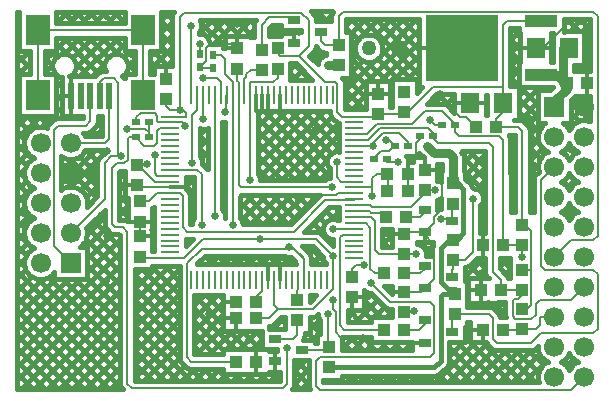
<source format=gbr>
G04 DipTrace 2.4.0.2*
%INTop.gbr*%
%MOIN*%
%ADD13C,0.007*%
%ADD14C,0.03*%
%ADD15C,0.015*%
%ADD16C,0.013*%
%ADD17R,0.0394X0.0433*%
%ADD18R,0.0433X0.0394*%
%ADD19R,0.063X0.0709*%
%ADD20C,0.05*%
%ADD21R,0.05X0.05*%
%ADD24R,0.0315X0.0236*%
%ADD25R,0.0236X0.0315*%
%ADD26R,0.0669X0.0669*%
%ADD27C,0.0669*%
%ADD29R,0.0197X0.0906*%
%ADD30R,0.0787X0.0984*%
%ADD32R,0.0413X0.0256*%
%ADD34R,0.0079X0.063*%
%ADD35R,0.063X0.0079*%
%ADD36R,0.1083X0.0394*%
%ADD37R,0.2421X0.2185*%
%ADD38C,0.025*%
%FSLAX44Y44*%
G04*
G70*
G90*
G75*
G01*
%LNTop*%
%LPD*%
X15521Y12763D2*
D13*
X15941D1*
X16293Y13115D1*
X17457D1*
X17881Y13539D1*
X18445D1*
X18870Y13114D1*
Y13062D1*
X21125Y9080D2*
Y8661D1*
X20481Y9062D2*
X21125D1*
Y9080D1*
X18870Y13062D2*
Y12838D1*
X19010Y12698D1*
X20341D1*
X20481Y12558D1*
Y9062D1*
X13276Y5633D2*
Y4442D1*
X13136Y4302D1*
X8109D1*
X7959Y4451D1*
Y9511D1*
X7802Y9669D1*
X7534D1*
X7440Y9763D1*
Y11642D1*
X7597Y11800D1*
X7849D1*
X7969Y11919D1*
Y12614D1*
X8026Y12671D1*
X8238D1*
Y12665D1*
X8516Y12388D1*
X8857D1*
X8949Y12480D1*
Y12863D1*
X9046Y12960D1*
X9379D1*
X15521Y12566D2*
X15961D1*
X16370Y12975D1*
X17979D1*
X18137Y12818D1*
Y12720D1*
X21125Y7580D2*
Y7414D1*
X20970Y7259D1*
X20853D1*
X20803Y7208D1*
Y6696D1*
X20883Y6615D1*
X21426D1*
X21566Y6755D1*
Y7107D1*
X21706Y7247D1*
X22747D1*
X23187Y7687D1*
X20419Y7562D2*
X21125D1*
Y7580D1*
X18137Y12720D2*
Y12642D1*
X18315Y12464D1*
X19994D1*
X20134Y12324D1*
Y8187D1*
X20419Y7902D1*
Y7562D1*
X14941Y11854D2*
Y11328D1*
X15081Y11188D1*
X15521D1*
X16081Y7805D2*
X16707Y7178D1*
X18046D1*
X18186Y7038D1*
Y5470D1*
X18046Y5330D1*
X14385D1*
X14245Y5190D1*
Y4387D1*
X14385Y4247D1*
X22747D1*
X23187Y4687D1*
X16973Y11854D2*
X16620D1*
Y11937D1*
X11466Y9752D2*
Y14062D1*
Y14507D1*
X11212Y14761D1*
Y15279D1*
X11072Y15419D1*
X10822D1*
X10361Y15785D2*
Y15433D1*
X11196Y13502D2*
X11231Y13537D1*
Y14062D1*
X11269D1*
X13625Y7250D2*
X13631Y7920D1*
X12875Y5937D2*
X13484D1*
X13625Y6077D1*
Y6580D1*
X15521Y9416D2*
X15140D1*
X15049Y9325D1*
Y6390D1*
X15189Y6250D1*
X16500D1*
Y8125D2*
X16218D1*
X16059Y8284D1*
Y9653D1*
X15902Y9810D1*
X15521D1*
Y10204D2*
X16030D1*
X16087Y10147D1*
X16562D1*
Y10000D1*
X13500Y16562D2*
Y16662D1*
X12667D1*
X12427Y16422D1*
Y15574D1*
Y14905D2*
X12066D1*
X11926Y14765D1*
Y14667D1*
X11859Y14600D1*
Y14062D1*
X17875Y6562D2*
Y6439D1*
X17685Y6250D1*
X17169D1*
X17875Y8375D2*
Y8283D1*
X17716Y8125D1*
X17169D1*
X17231Y10000D2*
X17697D1*
X17875Y10177D1*
Y10250D1*
X17187Y14187D2*
D3*
X8467Y14068D2*
Y16234D1*
X4963D2*
Y15636D1*
Y14068D1*
X8467Y16234D2*
X4963D1*
X8375Y10523D2*
X8676D1*
X8947Y10794D1*
X9379D1*
X9710D1*
X9799Y10706D1*
Y9662D1*
X9939Y9522D1*
X13498D1*
X14558Y10582D1*
X15521D1*
Y10597D1*
X12250Y7187D2*
Y7352D1*
X12450Y7552D1*
Y7920D1*
X10088Y16385D2*
Y14062D1*
X13349Y9005D2*
X13452D1*
X13828Y8629D1*
Y8619D1*
X13503Y8944D1*
X10427D1*
X9943Y8461D1*
Y5327D1*
X10083Y5187D1*
X11580D1*
X13828Y8619D2*
Y7920D1*
X14819Y9613D2*
X15521D1*
X17187Y6830D2*
X17519D1*
Y6863D1*
X17579Y8768D2*
X17187D1*
X16339D1*
X16199Y8908D1*
Y9875D1*
X16067Y10007D1*
X15521D1*
X18200Y10893D2*
X17875D1*
Y10792D1*
X17416Y10333D1*
X16103D1*
X16035Y10401D1*
X15521D1*
X14765Y10993D2*
X11753D1*
X11662Y11083D1*
Y14062D1*
Y14494D1*
X11625Y14532D1*
Y14955D1*
X14637Y6787D2*
Y5669D1*
X14687D1*
Y5563D1*
X13780D1*
X18780Y6188D2*
Y6768D1*
X18875D1*
X19994D1*
X20134Y6628D1*
Y5946D1*
X20274Y5806D1*
X21406D1*
X21727Y6128D1*
X23487D1*
X23627Y6268D1*
Y8107D1*
X23487Y8247D1*
X21887D1*
X21747Y8387D1*
Y11247D1*
X22187Y11687D1*
X19475Y10621D2*
Y8852D1*
X19204Y8580D1*
X18812D1*
Y8259D1*
X18780D1*
Y8000D1*
X18426Y9935D2*
X18691D1*
X18751Y9875D1*
X18780D1*
Y10455D1*
X18812D1*
X14405Y16188D2*
Y15871D1*
X14545Y15731D1*
X15000D1*
Y16707D1*
X15140Y16847D1*
X23487D1*
X23627Y16707D1*
Y9387D1*
X23487Y9247D1*
X22747D1*
X22187Y8687D1*
X7030Y14029D2*
Y14498D1*
X7165Y14632D1*
X7494D1*
X7660Y14467D1*
Y12032D1*
X7739D1*
X8866Y12065D2*
Y11475D1*
X8956Y11385D1*
X9379D1*
X7739Y12032D2*
X7420D1*
X7203Y11816D1*
Y10611D1*
X6064Y9472D1*
Y8472D2*
X5503Y9032D1*
Y12911D1*
X5643Y13051D1*
X6575D1*
X6715Y13191D1*
Y14029D1*
X10433Y9752D2*
Y11442D1*
X10293Y11582D1*
X9379D1*
Y13156D2*
X8993D1*
X8949Y13200D1*
Y13383D1*
X8861Y13471D1*
X8394D1*
X8254Y13331D1*
Y13187D1*
X9889Y13042D2*
X9774Y13156D1*
X9379D1*
X10875Y10032D2*
Y14062D1*
X10119Y11812D2*
Y13419D1*
X10284Y13585D1*
Y14062D1*
X10481Y13272D2*
Y14062D1*
X10480Y14632D2*
X10932D1*
X11072Y14492D1*
Y14062D1*
X22187Y6687D2*
X21706D1*
Y6408D1*
X21566Y6268D1*
X21125D1*
X17308Y12375D2*
Y12517D1*
X17017Y12808D1*
X16469D1*
X16134Y12473D1*
Y12377D1*
X21125Y6268D2*
Y6250D1*
X20481D1*
X16134Y12377D2*
X15521D1*
Y12369D1*
X9250Y13937D2*
Y13714D1*
X9376Y13588D1*
X9694D1*
X17187Y13518D2*
X17316D1*
X18133Y14335D1*
X20477D1*
Y16405D1*
X20617Y16545D1*
X21750D1*
X16625Y10875D2*
X16651D1*
Y11437D1*
X16625D1*
X6064Y12472D2*
X7205D1*
X7345Y12612D1*
Y14029D1*
X8616Y11765D2*
X8275D1*
Y11748D1*
X21125Y9750D2*
X21216D1*
X21426Y9539D1*
Y8250D1*
Y7084D1*
X21279Y6937D1*
X21125D1*
X9694Y13588D2*
Y16682D1*
X9834Y16822D1*
X13751D1*
X13994Y16579D1*
Y15706D1*
X13671Y15384D1*
X14546Y14509D1*
X14884D1*
X14956Y14437D1*
Y13493D1*
X15096Y13353D1*
X15521D1*
X15829Y8395D2*
X15568D1*
X15437Y8264D1*
Y8000D1*
X16625Y11437D2*
X16262D1*
X16122Y11297D1*
Y10991D1*
X15521D1*
X14812Y7920D2*
Y7613D1*
X14127Y6928D1*
X12984D1*
X12680Y6625D1*
X12250D1*
X20477Y14335D2*
Y13812D1*
X17187Y13518D2*
X17175Y13437D1*
X17187Y13449D1*
X16312Y13437D2*
X17175D1*
X15521Y13353D2*
X16312D1*
Y13437D1*
X13671Y15384D2*
X13046D1*
X12964Y15466D1*
Y15625D1*
X21426Y8250D2*
X21125D1*
X20250Y13000D2*
X20984D1*
X21125Y12859D1*
Y9750D1*
X20477Y13812D2*
Y13494D1*
X20250Y13266D1*
Y13000D1*
X16122Y10713D2*
Y10991D1*
X12984Y6928D2*
X12844Y7068D1*
Y7920D1*
X14819Y8690D2*
X14812Y7920D1*
X12376Y9276D2*
X14232D1*
X14819Y8690D1*
X9379Y8629D2*
X9833D1*
X10474Y9270D1*
X12369D1*
X12376Y9276D1*
X8375Y8687D2*
X8386Y8629D1*
X9379D1*
X8375Y8618D2*
X8386Y8629D1*
X8275Y11748D2*
X8309D1*
X8869Y11188D1*
X9379D1*
X9694Y13588D2*
X9799D1*
X9924Y13463D1*
Y13353D1*
X9379D1*
X8275Y11748D2*
X8616D1*
Y11765D1*
X17953Y12374D2*
D14*
X18180Y12147D1*
X18672D1*
X18812Y12007D1*
Y11125D1*
X22187Y13687D2*
Y13860D1*
X22614Y14287D1*
Y14460D1*
X22491D1*
Y15625D1*
X22664D1*
X18875Y7437D2*
D15*
X18468D1*
X18404Y7373D1*
Y5215D1*
X18188Y5000D1*
X14687D1*
X18812Y9250D2*
X18675D1*
X18404Y8979D1*
Y7824D1*
X18634Y7594D1*
X18875D1*
Y7437D1*
X18812Y11125D2*
X18966D1*
X19160Y10930D1*
Y9469D1*
X18941Y9250D1*
X18812D1*
X22614Y14460D2*
D14*
Y14418D1*
X22282Y14750D1*
X21750D1*
X15000Y15062D2*
X14657D1*
X23283Y14460D2*
D13*
Y16276D1*
X23130Y16429D1*
X22598D1*
X21562Y15393D1*
Y15625D1*
X18380Y14090D2*
X18894Y13576D1*
Y13456D1*
X19027Y13323D1*
X19257D1*
X19580Y13000D1*
X17294Y11437D2*
Y10875D1*
X18437Y13062D2*
X18208D1*
X18047Y13223D1*
X16187Y11937D2*
Y11961D1*
X16419Y12193D1*
X16693D1*
X16875Y12375D1*
X16568Y12559D2*
X16690D1*
X16875Y12375D1*
X17703Y12720D2*
Y12597D1*
X17582Y12476D1*
Y12077D1*
X17366Y11861D1*
X17187Y7500D2*
X17748D1*
X17875Y7626D1*
Y9501D2*
X17251D1*
X17187Y9437D1*
X14807Y7226D2*
Y6944D1*
X14907Y6844D1*
Y6163D1*
X15057Y6013D1*
X15771D1*
X15821Y5964D1*
X17875Y9501D2*
Y9392D1*
X18191Y9076D1*
Y7943D1*
X17875Y7626D1*
Y11562D2*
X18296D1*
X18446Y11412D1*
Y10283D1*
X18180Y10017D1*
Y9807D1*
X17875Y9501D1*
X15521Y10794D2*
X14970D1*
X14907Y10731D1*
X13744D1*
X13645Y10632D1*
X10822Y14986D2*
X10375D1*
X10361Y15000D1*
X10387D1*
X10588Y15200D1*
Y15649D1*
X10721Y15782D1*
X11467D1*
X11625Y15625D1*
X8687Y13187D2*
Y12671D1*
X8671D1*
X9379Y10991D2*
X8362D1*
X8275Y11079D1*
X8375Y9854D2*
Y9356D1*
X8671Y12671D2*
Y12825D1*
X8558Y12939D1*
X7944D1*
X12056Y11223D2*
Y14062D1*
Y14494D1*
X12824D1*
X12964Y14634D1*
Y14955D1*
D38*
X20871Y15632D3*
X18380Y14090D3*
X17366Y11861D3*
X19841Y11529D3*
X21469Y11728D3*
X19143Y12144D3*
X18047Y13223D3*
X16568Y12559D3*
X14226Y12891D3*
X21369Y13273D3*
X15821Y5964D3*
X19293Y5980D3*
X14807Y7226D3*
X15422Y6877D3*
X16701Y7608D3*
X16635Y9452D3*
X13645Y10632D3*
X13678Y16180D3*
X12864Y16346D3*
X11618Y16429D3*
X9309Y16728D3*
X12900Y5537D3*
X12022Y8608D3*
Y5900D3*
X10673Y6776D3*
X7251Y7879D3*
X7266Y9364D3*
X8810Y9569D3*
X7786Y11406D3*
X6741Y11438D3*
X7944Y12939D3*
X7277Y12215D3*
X19765Y8143D3*
X21125Y8661D3*
X13276Y5633D3*
X14941Y11854D3*
X16081Y7805D3*
X16973Y11854D3*
X11466Y9752D3*
X10361Y15785D3*
X11196Y13502D3*
X17187Y14187D3*
X10088Y16385D3*
X13349Y9005D3*
X17519Y6863D3*
X14819Y9613D3*
X17579Y8768D3*
X18200Y10893D3*
X14765Y10993D3*
X14637Y6787D3*
X19475Y10621D3*
X18426Y9935D3*
X7739Y12032D3*
X8866Y12065D3*
X10433Y9752D3*
X9889Y13042D3*
X10875Y10032D3*
X10119Y11812D3*
X10481Y13272D3*
X10480Y14632D3*
X16134Y12377D3*
X8616Y11765D3*
X16122Y10713D3*
X12376Y9276D3*
X15829Y8395D3*
X14819Y8690D3*
X9694Y13588D3*
X14657Y15062D3*
X17953Y12374D3*
X12056Y11223D3*
X4348Y16514D2*
D15*
X4283Y16448D1*
X4348Y16090D2*
X4283Y16024D1*
X4348Y15666D2*
X4283Y15600D1*
X5949Y16842D2*
X5598Y16491D1*
X4627Y15520D2*
X4283Y15176D1*
X6374Y16842D2*
X6022Y16491D1*
X4706Y15175D2*
X4283Y14751D1*
X6798Y16842D2*
X6446Y16491D1*
X5933Y15977D2*
X5578Y15622D1*
X5475Y15520D2*
X5220Y15264D1*
X4348Y14393D2*
X4283Y14327D1*
X7222Y16842D2*
X6870Y16491D1*
X6357Y15977D2*
X5833Y15453D1*
X5449Y15069D2*
X5220Y14840D1*
X4348Y13969D2*
X4283Y13903D1*
X7648Y16844D2*
X7295Y16491D1*
X6781Y15977D2*
X6140Y15335D1*
X4348Y13544D2*
X4283Y13479D1*
X7852Y16624D2*
X7719Y16491D1*
X7206Y15977D2*
X6249Y15021D1*
X5765Y14537D2*
X5578Y14349D1*
X4584Y13355D2*
X4283Y13054D1*
X7630Y15977D2*
X6355Y14702D1*
X5765Y14113D2*
X5578Y13925D1*
X5008Y13355D2*
X4283Y12630D1*
X7852Y15775D2*
X7525Y15448D1*
X7186Y15109D2*
X6779Y14702D1*
X5765Y13688D2*
X5578Y13501D1*
X5432Y13355D2*
X5104Y13027D1*
X4509Y12432D2*
X4283Y12206D1*
X9345Y16844D2*
X9083Y16582D1*
X8021Y15520D2*
X7855Y15354D1*
X5857Y13355D2*
X5808Y13307D1*
X4625Y12124D2*
X4283Y11781D1*
X9438Y16512D2*
X9083Y16157D1*
X8212Y15286D2*
X7982Y15057D1*
X6281Y13355D2*
X6232Y13307D1*
X4526Y11600D2*
X4283Y11357D1*
X9438Y16088D2*
X9083Y15733D1*
X8869Y15520D2*
X8723Y15374D1*
X8212Y14862D2*
X8132Y14782D1*
X4566Y11216D2*
X4283Y10933D1*
X9438Y15664D2*
X8723Y14949D1*
X7090Y13316D2*
X6972Y13198D1*
X4769Y10995D2*
X4283Y10509D1*
X10764Y16566D2*
X10344Y16146D1*
X9438Y15240D2*
X9242Y15044D1*
X7090Y12891D2*
X6927Y12729D1*
X6118Y11920D2*
X5760Y11562D1*
X4524Y10326D2*
X4283Y10084D1*
X11188Y16566D2*
X10631Y16008D1*
X6838Y12215D2*
X5760Y11138D1*
X4683Y10061D2*
X4283Y9660D1*
X11612Y16566D2*
X10845Y15798D1*
X6988Y11942D2*
X6075Y11028D1*
X4508Y9461D2*
X4283Y9236D1*
X12037Y16566D2*
X11534Y16063D1*
X11206Y15735D2*
X11161Y15690D1*
X6947Y11476D2*
X6395Y10924D1*
X4612Y9141D2*
X4283Y8812D1*
X12171Y16276D2*
X11958Y16063D1*
X6947Y11052D2*
X6580Y10685D1*
X4539Y8644D2*
X4283Y8387D1*
X7857Y11537D2*
X7696Y11376D1*
X4556Y8236D2*
X4283Y7963D1*
X13071Y16327D2*
X12807Y16063D1*
X7857Y11113D2*
X7696Y10952D1*
X4751Y8007D2*
X4283Y7539D1*
X13381Y16213D2*
X13332Y16164D1*
X7857Y10689D2*
X7696Y10528D1*
X7184Y10016D2*
X6619Y9450D1*
X5084Y7916D2*
X4283Y7115D1*
X14440Y16847D2*
X14242Y16650D1*
X10522Y12929D2*
X10376Y12783D1*
X7956Y10364D2*
X7696Y10103D1*
X7219Y9626D2*
X6620Y9028D1*
X5509Y7916D2*
X4283Y6690D1*
X14745Y16728D2*
X14554Y16537D1*
X11173Y13156D2*
X11132Y13115D1*
X10618Y12601D2*
X10376Y12359D1*
X7956Y9940D2*
X7918Y9901D1*
X7443Y9426D2*
X6620Y8604D1*
X5933Y7916D2*
X4283Y6266D1*
X13563Y15122D2*
X13382Y14941D1*
X11210Y12769D2*
X11131Y12690D1*
X10618Y12177D2*
X10424Y11983D1*
X7703Y9262D2*
X6620Y8179D1*
X6357Y7916D2*
X4283Y5842D1*
X15456Y16590D2*
X15256Y16391D1*
X14388Y15523D2*
X14144Y15279D1*
X13775Y14910D2*
X13463Y14598D1*
X12391Y13526D2*
X12313Y13448D1*
X11210Y12344D2*
X11131Y12266D1*
X10618Y11753D2*
X10554Y11689D1*
X10177Y11312D2*
X9915Y11050D1*
X8843Y9978D2*
X8794Y9929D1*
X7703Y8838D2*
X4283Y5417D1*
X15880Y16590D2*
X15417Y16128D1*
X13987Y14698D2*
X13887Y14598D1*
X12815Y13526D2*
X12313Y13024D1*
X11210Y11920D2*
X11131Y11842D1*
X10177Y10888D2*
X10051Y10761D1*
X8843Y9554D2*
X8794Y9504D1*
X7703Y8413D2*
X4283Y4993D1*
X16304Y16590D2*
X15417Y15703D1*
X13240Y13526D2*
X12313Y12599D1*
X11210Y11496D2*
X11131Y11418D1*
X10177Y10463D2*
X10056Y10342D1*
X8843Y9129D2*
X8794Y9080D1*
X7703Y7989D2*
X4283Y4569D1*
X16728Y16590D2*
X16194Y16056D1*
X15567Y15429D2*
X15417Y15279D1*
X13664Y13526D2*
X12313Y12175D1*
X11210Y11072D2*
X11131Y10993D1*
X10177Y10039D2*
X10056Y9918D1*
X8387Y8249D2*
X8216Y8078D1*
X7703Y7565D2*
X4421Y4283D1*
X17153Y16590D2*
X16416Y15854D1*
X15770Y15208D2*
X15417Y14855D1*
X14088Y13526D2*
X12313Y11751D1*
X11210Y10647D2*
X11131Y10569D1*
X8931Y8369D2*
X8216Y7654D1*
X7703Y7141D2*
X4845Y4283D1*
X17577Y16590D2*
X16428Y15442D1*
X16181Y15195D2*
X15213Y14227D1*
X14513Y13526D2*
X12368Y11381D1*
X9355Y8369D2*
X8216Y7230D1*
X7703Y6716D2*
X5268Y4281D1*
X17680Y16269D2*
X15956Y14545D1*
X15893Y14482D2*
X15213Y13803D1*
X14748Y13337D2*
X12659Y11249D1*
X12148Y10737D2*
X11721Y10311D1*
X9687Y8276D2*
X8216Y6805D1*
X7703Y6292D2*
X5692Y4281D1*
X17680Y15845D2*
X16380Y14545D1*
X15893Y14058D2*
X15449Y13614D1*
X14965Y13130D2*
X13084Y11249D1*
X12572Y10737D2*
X11766Y9931D1*
X10523Y8688D2*
X10291Y8456D1*
X9687Y7852D2*
X8216Y6381D1*
X7703Y5868D2*
X6116Y4281D1*
X17680Y15420D2*
X16884Y14625D1*
X16768Y14509D2*
X16730Y14471D1*
X14985Y12726D2*
X13508Y11249D1*
X12996Y10737D2*
X12038Y9779D1*
X10948Y8688D2*
X10715Y8456D1*
X9687Y7427D2*
X8216Y5957D1*
X7703Y5444D2*
X6541Y4281D1*
X17680Y14996D2*
X17308Y14625D1*
X16768Y14085D2*
X16730Y14047D1*
X14985Y12301D2*
X14875Y12192D1*
X14604Y11920D2*
X13932Y11249D1*
X13420Y10737D2*
X12462Y9779D1*
X11372Y8688D2*
X11140Y8456D1*
X9687Y7003D2*
X8216Y5533D1*
X7703Y5019D2*
X6965Y4281D1*
X17680Y14572D2*
X17605Y14497D1*
X14685Y11577D2*
X14356Y11249D1*
X13845Y10737D2*
X12886Y9779D1*
X11796Y8688D2*
X11564Y8456D1*
X10492Y7384D2*
X10200Y7092D1*
X9687Y6579D2*
X8216Y5108D1*
X7703Y4595D2*
X7389Y4281D1*
X14269Y10737D2*
X13311Y9779D1*
X12221Y8688D2*
X11988Y8456D1*
X10916Y7384D2*
X10200Y6668D1*
X9687Y6154D2*
X8216Y4684D1*
X12645Y8688D2*
X12412Y8456D1*
X11142Y7185D2*
X10200Y6244D1*
X9687Y5730D2*
X8514Y4558D1*
X18460Y14080D2*
X18176Y13796D1*
X14706Y10326D2*
X13914Y9533D1*
X13069Y8688D2*
X12837Y8456D1*
X11142Y6761D2*
X10200Y5819D1*
X9687Y5306D2*
X8939Y4558D1*
X20988Y16183D2*
X20734Y15929D1*
X18838Y14033D2*
X18571Y13766D1*
X14985Y10180D2*
X14756Y9951D1*
X14479Y9675D2*
X14323Y9518D1*
X13442Y8637D2*
X13261Y8456D1*
X11142Y6337D2*
X10248Y5443D1*
X9854Y5049D2*
X9363Y4558D1*
X21026Y15797D2*
X20734Y15505D1*
X18838Y13609D2*
X18790Y13561D1*
X14184Y8955D2*
X14027Y8798D1*
X11435Y6206D2*
X10672Y5443D1*
X10161Y4931D2*
X9787Y4558D1*
X21026Y15372D2*
X20734Y15080D1*
X17724Y12071D2*
X17655Y12001D1*
X14397Y8743D2*
X14109Y8456D1*
X11859Y6206D2*
X11259Y5606D1*
X11142Y5488D2*
X11098Y5445D1*
X10585Y4931D2*
X10212Y4558D1*
X22668Y16590D2*
X22512Y16434D1*
X20988Y14910D2*
X20734Y14656D1*
X12283Y6206D2*
X11683Y5606D1*
X11009Y4931D2*
X10636Y4558D1*
X23092Y16590D2*
X22702Y16201D1*
X20988Y14486D2*
X20889Y14388D1*
X13173Y6672D2*
X12789Y6287D1*
X12446Y5944D2*
X12107Y5606D1*
X11271Y4769D2*
X11060Y4558D1*
X23370Y16444D2*
X23126Y16200D1*
X21257Y14331D2*
X21013Y14087D1*
X18393Y11467D2*
X18292Y11366D1*
X16507Y9581D2*
X16456Y9530D1*
X11695Y4769D2*
X11484Y4558D1*
X23370Y16020D2*
X23201Y15850D1*
X21681Y14331D2*
X21013Y13663D1*
X19558Y12208D2*
X19184Y11833D1*
X16769Y9419D2*
X16456Y9105D1*
X12933Y5582D2*
X12889Y5538D1*
X12119Y4769D2*
X11908Y4558D1*
X23370Y15596D2*
X23201Y15426D1*
X22106Y14331D2*
X22018Y14243D1*
X21632Y13857D2*
X21028Y13253D1*
X19877Y12102D2*
X19230Y11455D1*
X18382Y10607D2*
X18302Y10527D1*
X14355Y6580D2*
X14043Y6268D1*
X13917Y6142D2*
X13882Y6107D1*
X12543Y4769D2*
X12332Y4558D1*
X23370Y15171D2*
X23077Y14878D1*
X21632Y13433D2*
X21275Y13076D1*
X20868Y12669D2*
X20738Y12539D1*
X19877Y11678D2*
X19358Y11159D1*
X14381Y6182D2*
X14111Y5912D1*
X13020Y4822D2*
X12757Y4558D1*
X21754Y13131D2*
X21381Y12758D1*
X20868Y12245D2*
X20738Y12115D1*
X19877Y11253D2*
X19578Y10955D1*
X17775Y9152D2*
X17714Y9090D1*
X16070Y7447D2*
X15856Y7233D1*
X15515Y6891D2*
X15306Y6682D1*
X13838Y5214D2*
X13532Y4909D1*
X23088Y14041D2*
X22743Y13696D1*
X21638Y12591D2*
X21381Y12334D1*
X20868Y11820D2*
X20738Y11691D1*
X19877Y10829D2*
X19800Y10753D1*
X18133Y9086D2*
X17914Y8867D1*
X16754Y7707D2*
X16651Y7604D1*
X16282Y7235D2*
X15554Y6507D1*
X13988Y4941D2*
X13532Y4485D1*
X23370Y13898D2*
X22743Y13272D1*
X22603Y13131D2*
X22569Y13097D1*
X21778Y12306D2*
X21381Y11909D1*
X20868Y11396D2*
X20738Y11266D1*
X19877Y10405D2*
X19732Y10260D1*
X16494Y7022D2*
X16139Y6667D1*
X16063Y6591D2*
X15978Y6507D1*
X15465Y5993D2*
X15105Y5633D1*
X13988Y4517D2*
X13749Y4278D1*
X23370Y13474D2*
X23136Y13240D1*
X21635Y11739D2*
X21381Y11485D1*
X20868Y10972D2*
X20738Y10842D1*
X19877Y9981D2*
X19732Y9836D1*
X16769Y6873D2*
X16563Y6667D1*
X15889Y5993D2*
X15483Y5587D1*
X22712Y12392D2*
X22483Y12163D1*
X21491Y11171D2*
X21381Y11061D1*
X20868Y10547D2*
X20738Y10418D1*
X19877Y9556D2*
X19800Y9480D1*
X16151Y5831D2*
X15907Y5587D1*
X14882Y4561D2*
X14823Y4503D1*
X22933Y12188D2*
X22897Y12153D1*
X22721Y11976D2*
X22685Y11941D1*
X21491Y10746D2*
X21381Y10637D1*
X16575Y5831D2*
X16331Y5587D1*
X15448Y4704D2*
X15248Y4503D1*
X21491Y10322D2*
X21381Y10212D1*
X19812Y8643D2*
X19208Y8040D1*
X17000Y5831D2*
X16756Y5587D1*
X15873Y4704D2*
X15672Y4503D1*
X22840Y11247D2*
X22627Y11034D1*
X19877Y8284D2*
X19573Y7980D1*
X17424Y5831D2*
X17180Y5587D1*
X16297Y4704D2*
X16096Y4503D1*
X20661Y8643D2*
X20390Y8373D1*
X16721Y4704D2*
X16520Y4503D1*
X22762Y10320D2*
X22553Y10111D1*
X20707Y8265D2*
X20566Y8124D1*
X19585Y7143D2*
X19465Y7024D1*
X17145Y4704D2*
X16945Y4503D1*
X20009Y7143D2*
X19890Y7024D1*
X19375Y6509D2*
X19293Y6427D1*
X17570Y4704D2*
X17369Y4503D1*
X20434Y7143D2*
X20209Y6919D1*
X19375Y6084D2*
X19208Y5918D1*
X19130Y5840D2*
X18701Y5411D1*
X17994Y4704D2*
X17793Y4503D1*
X20546Y6832D2*
X20387Y6672D1*
X19545Y5831D2*
X18217Y4503D1*
X19926Y5788D2*
X18642Y4503D1*
X20143Y5581D2*
X19066Y4503D1*
X20536Y5549D2*
X19490Y4503D1*
X20961Y5549D2*
X19914Y4503D1*
X21385Y5549D2*
X20339Y4503D1*
X21690Y5430D2*
X20763Y4503D1*
X21894Y5209D2*
X21187Y4503D1*
X21648Y4540D2*
X21612Y4504D1*
X22807Y5274D2*
X22599Y5066D1*
X23035Y16590D2*
X23370Y16255D1*
X22611Y16590D2*
X23001Y16201D1*
X23201Y16000D2*
X23370Y15831D1*
X22513Y16264D2*
X22576Y16201D1*
X23201Y15576D2*
X23370Y15407D1*
X23201Y15152D2*
X23370Y14982D1*
X22879Y15049D2*
X23050Y14878D1*
X20791Y16289D2*
X21025Y16055D1*
X23038Y14041D2*
X23370Y13710D1*
X20733Y15922D2*
X21025Y15630D1*
X22757Y13899D2*
X23370Y13285D1*
X20733Y15498D2*
X21025Y15206D1*
X21900Y14332D2*
X21988Y14243D1*
X22743Y13488D2*
X23014Y13217D1*
X20733Y15074D2*
X20987Y14820D1*
X21476Y14332D2*
X21632Y14175D1*
X22675Y13132D2*
X22759Y13048D1*
X20733Y14650D2*
X20987Y14396D1*
X21052Y14331D2*
X21632Y13751D1*
X21013Y13945D2*
X21632Y13327D1*
X22622Y12336D2*
X22835Y12124D1*
X21013Y13521D2*
X21660Y12874D1*
X17520Y16590D2*
X17679Y16431D1*
X21381Y12729D2*
X21741Y12369D1*
X21868Y12242D2*
X21927Y12183D1*
X22682Y11428D2*
X22740Y11370D1*
X22869Y11241D2*
X22928Y11182D1*
X17095Y16590D2*
X17679Y16007D1*
X21381Y12305D2*
X21708Y11978D1*
X22478Y11208D2*
X22709Y10977D1*
X16671Y16590D2*
X17679Y15582D1*
X20738Y12523D2*
X20868Y12394D1*
X21381Y11880D2*
X21635Y11626D1*
X16247Y16590D2*
X17679Y15158D1*
X18758Y14080D2*
X18838Y14000D1*
X20738Y12099D2*
X20868Y11970D1*
X21381Y11456D2*
X21502Y11335D1*
X22564Y10273D2*
X22774Y10064D1*
X15823Y16590D2*
X17679Y14734D1*
X18333Y14080D2*
X18838Y13575D1*
X20738Y11675D2*
X20868Y11545D1*
X21381Y11032D2*
X21491Y10922D1*
X15398Y16590D2*
X15901Y16088D1*
X16462Y15526D2*
X17364Y14625D1*
X17606Y14383D2*
X17709Y14280D1*
X18078Y13911D2*
X18193Y13796D1*
X19782Y12207D2*
X19877Y12112D1*
X20738Y11251D2*
X20868Y11121D1*
X21381Y10608D2*
X21491Y10498D1*
X14717Y16847D2*
X14758Y16806D1*
X15256Y16309D2*
X15634Y15930D1*
X16305Y15260D2*
X16940Y14625D1*
X19358Y12207D2*
X19877Y11688D1*
X20738Y10826D2*
X20868Y10697D1*
X14293Y16847D2*
X14603Y16537D1*
X15418Y15722D2*
X15528Y15612D1*
X15987Y15154D2*
X16595Y14545D1*
X16731Y14409D2*
X16769Y14371D1*
X19184Y11957D2*
X19877Y11264D1*
X20738Y10402D2*
X20868Y10272D1*
X15418Y15298D2*
X16171Y14545D1*
X16731Y13985D2*
X16769Y13946D1*
X19230Y11486D2*
X19877Y10839D1*
X15418Y14873D2*
X15894Y14397D1*
X19800Y10492D2*
X19877Y10415D1*
X13655Y16213D2*
X13703Y16164D1*
X14240Y15627D2*
X14477Y15390D1*
X15243Y14625D2*
X15894Y13973D1*
X18292Y11575D2*
X18393Y11474D1*
X19732Y10135D2*
X19877Y9991D1*
X13037Y16406D2*
X13070Y16373D1*
X13231Y16213D2*
X13279Y16164D1*
X14049Y15394D2*
X14295Y15148D1*
X15213Y14230D2*
X15830Y13614D1*
X17409Y12035D2*
X17457Y11986D1*
X19732Y9711D2*
X19877Y9566D1*
X12697Y16322D2*
X12956Y16063D1*
X15213Y13806D2*
X15405Y13614D1*
X20390Y8629D2*
X20707Y8312D1*
X12029Y16566D2*
X12170Y16424D1*
X13468Y15127D2*
X13997Y14598D1*
X11605Y16566D2*
X12159Y16012D1*
X13381Y14789D2*
X13572Y14598D1*
X14644Y13526D2*
X14703Y13468D1*
X19581Y8589D2*
X19877Y8294D1*
X11181Y16566D2*
X11683Y16063D1*
X14220Y13526D2*
X14984Y12762D1*
X19368Y8379D2*
X19766Y7980D1*
X22515Y5231D2*
X22732Y5014D1*
X10756Y16566D2*
X11259Y16063D1*
X13796Y13526D2*
X14984Y12337D1*
X19208Y8113D2*
X19341Y7980D1*
X20178Y7144D2*
X20546Y6776D1*
X10417Y16481D2*
X11100Y15798D1*
X11163Y15735D2*
X11208Y15690D1*
X13371Y13526D2*
X14751Y12147D1*
X17745Y9152D2*
X18108Y8789D1*
X19754Y7144D2*
X19873Y7024D1*
X21348Y5550D2*
X21802Y5095D1*
X12947Y13526D2*
X14595Y11878D1*
X19293Y7180D2*
X19449Y7024D1*
X20924Y5550D2*
X21647Y4827D1*
X9205Y16844D2*
X9437Y16612D1*
X12523Y13526D2*
X14684Y11365D1*
X16467Y9582D2*
X16769Y9280D1*
X20499Y5550D2*
X21546Y4503D1*
X9082Y16542D2*
X9437Y16187D1*
X12312Y13312D2*
X14376Y11249D1*
X16456Y9169D2*
X16600Y9025D1*
X19293Y6332D2*
X19375Y6250D1*
X19793Y5831D2*
X21121Y4503D1*
X9082Y16118D2*
X9437Y15763D1*
X12312Y12888D2*
X13952Y11249D1*
X14875Y10326D2*
X14984Y10216D1*
X19208Y5992D2*
X20697Y4503D1*
X9082Y15694D2*
X9437Y15339D1*
X12312Y12464D2*
X13528Y11249D1*
X14039Y10737D2*
X14192Y10584D1*
X14561Y10215D2*
X14817Y9959D1*
X18938Y5838D2*
X20273Y4503D1*
X7508Y16844D2*
X7851Y16501D1*
X8832Y15520D2*
X9308Y15044D1*
X12312Y12039D2*
X13103Y11249D1*
X13615Y10737D2*
X13980Y10372D1*
X14349Y10003D2*
X14534Y9818D1*
X16646Y7706D2*
X16769Y7583D1*
X18701Y5651D2*
X19848Y4503D1*
X7085Y16842D2*
X7437Y16491D1*
X8723Y15205D2*
X8884Y15044D1*
X11131Y12797D2*
X11209Y12719D1*
X12312Y11615D2*
X12679Y11249D1*
X13191Y10737D2*
X13768Y10160D1*
X14137Y9791D2*
X14792Y9136D1*
X18701Y5226D2*
X19424Y4503D1*
X6661Y16842D2*
X7013Y16491D1*
X7526Y15977D2*
X7851Y15652D1*
X7984Y15520D2*
X8211Y15292D1*
X10569Y12934D2*
X10619Y12884D1*
X11131Y12373D2*
X11209Y12294D1*
X12767Y10737D2*
X13556Y9948D1*
X13925Y9578D2*
X13970Y9533D1*
X16041Y7462D2*
X16769Y6734D1*
X18559Y4945D2*
X19000Y4503D1*
X6237Y16842D2*
X6589Y16491D1*
X7102Y15977D2*
X7629Y15450D1*
X7979Y15100D2*
X8211Y14868D1*
X10375Y12704D2*
X10619Y12460D1*
X11131Y11948D2*
X11209Y11870D1*
X12342Y10737D2*
X13301Y9779D1*
X14059Y9020D2*
X14492Y8587D1*
X15856Y7223D2*
X16411Y6668D1*
X17248Y5831D2*
X17447Y5632D1*
X18340Y4739D2*
X18576Y4503D1*
X5813Y16842D2*
X6164Y16491D1*
X6678Y15977D2*
X7305Y15350D1*
X10375Y12280D2*
X10619Y12036D1*
X11131Y11524D2*
X11209Y11446D1*
X11918Y10737D2*
X12876Y9779D1*
X14084Y8571D2*
X14199Y8456D1*
X15763Y6892D2*
X16062Y6593D1*
X16824Y5831D2*
X17069Y5586D1*
X17952Y4703D2*
X18151Y4503D1*
X5579Y16652D2*
X5740Y16491D1*
X6253Y15977D2*
X7180Y15050D1*
X10463Y11768D2*
X10619Y11612D1*
X11131Y11100D2*
X11209Y11022D1*
X11723Y10508D2*
X12452Y9779D1*
X15339Y6892D2*
X15725Y6505D1*
X16399Y5831D2*
X16645Y5586D1*
X17528Y4703D2*
X17727Y4503D1*
X5829Y15977D2*
X6985Y14822D1*
X11131Y10676D2*
X11209Y10597D1*
X11723Y10084D2*
X12028Y9779D1*
X13118Y8688D2*
X13350Y8456D1*
X15813Y5994D2*
X16221Y5586D1*
X17104Y4703D2*
X17303Y4503D1*
X5579Y15803D2*
X5942Y15440D1*
X6237Y15145D2*
X6680Y14702D1*
X10057Y11325D2*
X10177Y11206D1*
X11131Y10251D2*
X11209Y10173D1*
X12694Y8688D2*
X12926Y8456D1*
X14043Y7339D2*
X14107Y7275D1*
X15388Y5994D2*
X15796Y5586D1*
X16679Y4703D2*
X16879Y4503D1*
X4283Y16675D2*
X4348Y16609D1*
X5439Y15519D2*
X5591Y15366D1*
X6163Y14795D2*
X6254Y14704D1*
X9915Y11043D2*
X10177Y10781D1*
X12270Y8688D2*
X12501Y8457D1*
X14255Y6703D2*
X14348Y6609D1*
X15105Y5852D2*
X15371Y5587D1*
X16254Y4704D2*
X16455Y4503D1*
X4283Y16251D2*
X4348Y16185D1*
X5220Y15314D2*
X5447Y15086D1*
X10056Y10478D2*
X10177Y10357D1*
X11846Y8688D2*
X12076Y8457D1*
X14043Y6490D2*
X14382Y6152D1*
X15830Y4704D2*
X16031Y4503D1*
X4283Y15827D2*
X4348Y15761D1*
X4590Y15519D2*
X4706Y15403D1*
X5220Y14890D2*
X5328Y14781D1*
X5578Y14532D2*
X5765Y14344D1*
X6968Y13141D2*
X7090Y13020D1*
X10056Y10054D2*
X10151Y9959D1*
X11421Y8688D2*
X11652Y8457D1*
X13967Y6142D2*
X14269Y5840D1*
X15405Y4704D2*
X15606Y4503D1*
X4283Y15402D2*
X4706Y14979D1*
X5578Y14107D2*
X5765Y13920D1*
X6330Y13355D2*
X6377Y13308D1*
X6789Y12896D2*
X6957Y12728D1*
X10997Y8688D2*
X11228Y8457D1*
X13055Y6630D2*
X13207Y6479D1*
X15105Y4580D2*
X15181Y4504D1*
X4283Y14978D2*
X4479Y14781D1*
X5578Y13683D2*
X5765Y13495D1*
X5906Y13355D2*
X5953Y13308D1*
X7046Y12215D2*
X7139Y12122D1*
X7717Y11543D2*
X7857Y11404D1*
X9994Y9266D2*
X10048Y9213D1*
X10573Y8688D2*
X10804Y8457D1*
X12842Y6419D2*
X12975Y6286D1*
X14699Y4561D2*
X14758Y4503D1*
X4283Y14554D2*
X4348Y14488D1*
X5482Y13355D2*
X5545Y13292D1*
X6622Y12215D2*
X6954Y11883D1*
X7696Y11141D2*
X7857Y10980D1*
X8793Y10044D2*
X8841Y9995D1*
X10344Y8492D2*
X10381Y8456D1*
X13622Y5214D2*
X13989Y4848D1*
X4283Y14130D2*
X4348Y14064D1*
X5057Y13355D2*
X5318Y13094D1*
X6393Y12019D2*
X6947Y11465D1*
X7696Y10716D2*
X7956Y10456D1*
X8793Y9619D2*
X8841Y9571D1*
X11029Y7384D2*
X11142Y7271D1*
X12205Y6207D2*
X12446Y5966D1*
X12825Y5587D2*
X12876Y5537D1*
X13533Y4880D2*
X13989Y4423D1*
X4283Y13705D2*
X4348Y13640D1*
X4633Y13355D2*
X4967Y13021D1*
X6072Y11916D2*
X6947Y11041D1*
X7696Y10292D2*
X7956Y10032D1*
X8793Y9195D2*
X8841Y9147D1*
X9620Y8368D2*
X9687Y8302D1*
X10604Y7384D2*
X11142Y6846D1*
X11781Y6207D2*
X12383Y5605D1*
X13533Y4455D2*
X13710Y4278D1*
X4283Y13281D2*
X4682Y12882D1*
X5760Y11804D2*
X6894Y10670D1*
X9196Y8368D2*
X9687Y7877D1*
X10200Y7364D2*
X11142Y6422D1*
X11357Y6207D2*
X11959Y5605D1*
X12724Y4840D2*
X13006Y4558D1*
X4283Y12857D2*
X4524Y12615D1*
X5760Y11379D2*
X6115Y11024D1*
X6617Y10523D2*
X6683Y10457D1*
X7049Y10090D2*
X7184Y9955D1*
X8793Y8347D2*
X9687Y7453D1*
X10200Y6940D2*
X11534Y5605D1*
X12371Y4769D2*
X12582Y4558D1*
X4283Y12433D2*
X4768Y11948D1*
X6837Y9878D2*
X7703Y9012D1*
X8466Y8249D2*
X9687Y7029D1*
X10200Y6515D2*
X11142Y5574D1*
X11947Y4769D2*
X12158Y4558D1*
X4283Y12008D2*
X4566Y11725D1*
X6625Y9666D2*
X7703Y8588D1*
X8216Y8075D2*
X9687Y6604D1*
X10200Y6091D2*
X10848Y5443D1*
X11522Y4769D2*
X11733Y4558D1*
X4283Y11584D2*
X4526Y11341D1*
X6589Y9278D2*
X7703Y8164D1*
X8216Y7651D2*
X9687Y6180D1*
X10200Y5667D2*
X10424Y5443D1*
X10936Y4931D2*
X11309Y4558D1*
X4283Y11160D2*
X4624Y10819D1*
X6620Y8822D2*
X7703Y7740D1*
X8216Y7226D2*
X9687Y5756D1*
X10512Y4931D2*
X10885Y4558D1*
X4283Y10736D2*
X4508Y10511D1*
X6620Y8398D2*
X7703Y7315D1*
X8216Y6802D2*
X9687Y5332D1*
X10087Y4931D2*
X10460Y4558D1*
X4283Y10311D2*
X4698Y9896D1*
X6620Y7974D2*
X7703Y6891D1*
X8216Y6378D2*
X10036Y4558D1*
X4283Y9887D2*
X4531Y9639D1*
X6254Y7916D2*
X7703Y6467D1*
X8216Y5953D2*
X9612Y4558D1*
X4283Y9463D2*
X4788Y8958D1*
X5830Y7916D2*
X7703Y6043D1*
X8216Y5529D2*
X9188Y4558D1*
X4283Y9039D2*
X4575Y8746D1*
X5337Y7984D2*
X7703Y5618D1*
X8216Y5105D2*
X8763Y4558D1*
X4283Y8614D2*
X4517Y8379D1*
X4971Y7926D2*
X7703Y5194D1*
X8216Y4681D2*
X8339Y4558D1*
X4283Y8190D2*
X7703Y4770D1*
X4283Y7766D2*
X7767Y4281D1*
X4283Y7341D2*
X7343Y4281D1*
X4283Y6917D2*
X6919Y4281D1*
X4283Y6493D2*
X6495Y4281D1*
X4283Y6069D2*
X6070Y4281D1*
X4283Y5644D2*
X5644Y4283D1*
X4283Y5220D2*
X5220Y4283D1*
X4283Y4796D2*
X4796Y4283D1*
X4283Y4372D2*
X4372Y4283D1*
X16718Y13864D2*
X16720Y13683D1*
X16778D1*
X16779Y13945D1*
Y14614D1*
X17595D1*
Y14143D1*
X17793Y14343D1*
X17690Y14344D1*
Y16601D1*
X15244D1*
X15245Y16161D1*
X15407Y16159D1*
X15405Y15304D1*
X15407Y15339D1*
Y14635D1*
X15106Y14634D1*
X15171Y14556D1*
X15196Y14491D1*
X15202Y14437D1*
Y13605D1*
X15907Y13604D1*
X15904Y13760D1*
X15907Y13864D1*
X15904Y13874D1*
Y14534D1*
X16720D1*
Y13694D1*
X16779Y13760D1*
Y13910D1*
X17308Y11845D2*
X17467D1*
Y11989D1*
X17827D1*
X17676Y12146D1*
Y12045D1*
X17247D1*
X17271Y12008D1*
X17298Y11939D1*
X17308Y11847D1*
X15845Y7566D2*
Y6903D1*
X15294D1*
Y6496D1*
X16072Y6495D1*
Y6657D1*
X16781D1*
X16779Y6930D1*
X16707Y6932D1*
X16633Y6943D1*
X16550Y6989D1*
X16068Y7470D1*
X16009Y7476D1*
X15938Y7500D1*
X15874Y7540D1*
X15846Y7567D1*
X20677Y12753D2*
Y12706D1*
X20699Y12671D1*
X20726Y12580D1*
X20727Y10308D1*
Y10179D1*
X20878Y10177D1*
X20879Y12752D1*
X20677Y12754D1*
X20726Y12580D1*
X19900Y13407D2*
X19951D1*
X19900Y13417D1*
Y13407D1*
X19951Y13472D1*
Y14088D1*
X19900Y14077D1*
Y13417D1*
X12677Y6378D2*
Y6276D1*
X13219D1*
X13217Y6680D1*
X13084Y6682D1*
X12854Y6451D1*
X12794Y6406D1*
X12703Y6380D1*
X12678Y6379D1*
X12459Y6217D2*
X11822Y6219D1*
X11813Y6217D1*
X11153D1*
Y7395D1*
X11018Y7397D1*
X10872Y7394D1*
X10822Y7397D1*
X10675Y7394D1*
X10625Y7397D1*
X10478Y7394D1*
X10428Y7397D1*
X10282Y7394D1*
X10231Y7397D1*
X10190Y7394D1*
X10189Y5430D1*
X10533Y5433D1*
X11154D1*
X11153Y5595D1*
X12008Y5592D1*
X12017Y5595D1*
X12677D1*
Y5528D1*
X12957D1*
X12944Y5597D1*
X12457Y5598D1*
Y6215D1*
X8780Y9114D2*
X8782Y8964D1*
Y8873D1*
X8853Y8876D1*
X8855Y9076D1*
X8853Y9222D1*
X8855Y9273D1*
X8853Y9419D1*
X8855Y9470D1*
X8853Y9616D1*
X8855Y9667D1*
X8853Y9813D1*
X8855Y9863D1*
X8853Y10010D1*
X8855Y10060D1*
X8853Y10207D1*
X8855Y10257D1*
X8853Y10354D1*
X8788Y10304D1*
X8782Y10251D1*
Y8929D1*
X8853Y8922D1*
Y9072D1*
X8782Y8381D2*
Y8260D1*
X8203D1*
X8205Y7861D1*
Y4554D1*
X8334Y4548D1*
X13028D1*
X13030Y4852D1*
X12947Y4850D1*
X12677D1*
Y4779D1*
X11153D1*
Y4941D1*
X10083D1*
X10009Y4952D1*
X9926Y4998D1*
X9769Y5153D1*
X9725Y5213D1*
X9698Y5304D1*
X9697Y7577D1*
Y8381D1*
X9455Y8379D1*
X8853Y8381D1*
X8782Y9784D2*
Y9424D1*
X8853Y9363D1*
Y9663D1*
X7869Y11320D2*
X7867Y11470D1*
Y11552D1*
X7697Y11554D1*
X7686Y11492D1*
Y9915D1*
X7802D1*
X7876Y9903D1*
X7959Y9858D1*
X7967Y9861D1*
Y10651D1*
X7867D1*
X7868Y11506D1*
X22088Y16137D2*
Y15157D1*
X22129D1*
X22130Y15625D1*
X22138Y15734D1*
Y16135D1*
X22087Y16137D1*
X21036Y15157D2*
Y16137D1*
X20997D1*
Y16299D1*
X20721D1*
X20723Y15880D1*
Y14378D1*
X20999Y14377D1*
X20997Y15157D1*
X21037D1*
X22502Y16190D2*
X23190D1*
Y15059D1*
X22850D1*
X22852Y14867D1*
X23381Y14868D1*
Y16599D1*
X22662Y16601D1*
X22500D1*
X22502Y16188D1*
X18849Y13483D2*
Y14090D1*
X18234D1*
X17931Y13785D1*
X18445D1*
X18519Y13773D1*
X18602Y13728D1*
X18849Y13482D1*
X21003Y14342D2*
Y13247D1*
X20850Y13245D1*
X20984D1*
X21058Y13234D1*
X21142Y13189D1*
X21298Y13033D1*
X21343Y12973D1*
X21369Y12882D1*
X21370Y10609D1*
Y10176D1*
X21502Y10177D1*
X21501Y11247D1*
X21513Y11321D1*
X21558Y11405D1*
X21668Y11516D1*
X21645Y11623D1*
X21642Y11698D1*
X21648Y11773D1*
X21665Y11846D1*
X21692Y11916D1*
X21728Y11981D1*
X21772Y12042D1*
X21825Y12095D1*
X21884Y12141D1*
X21969Y12186D1*
X21866Y12246D1*
X21809Y12294D1*
X21758Y12349D1*
X21716Y12411D1*
X21683Y12479D1*
X21659Y12550D1*
X21645Y12623D1*
X21642Y12698D1*
X21648Y12773D1*
X21665Y12846D1*
X21692Y12916D1*
X21728Y12981D1*
X21772Y13042D1*
X21825Y13095D1*
X21886Y13142D1*
X21641Y13141D1*
Y14233D1*
X22047D1*
X22152Y14336D1*
X22127Y14342D1*
X21004D1*
X23380Y14052D2*
X22889D1*
X22732Y13895D1*
X22733Y13141D1*
X22486D1*
X22573Y13072D1*
X22622Y13016D1*
X22663Y12953D1*
X22686Y12904D1*
X22728Y12981D1*
X22772Y13042D1*
X22825Y13095D1*
X22884Y13141D1*
X22949Y13178D1*
X23019Y13206D1*
X23092Y13224D1*
X23166Y13232D1*
X23241Y13230D1*
X23315Y13217D1*
X23380Y13197D1*
X23381Y14054D1*
X8857Y15034D2*
X9448D1*
Y16682D1*
X9459Y16756D1*
X9505Y16839D1*
X9512Y16855D1*
X9074D1*
X9072Y16187D1*
Y15531D1*
X8713D1*
Y14773D1*
X8840Y14771D1*
X8842Y14884D1*
Y15034D1*
X8857D1*
X19911Y5842D2*
X19385D1*
Y6522D1*
X19282Y6520D1*
Y6340D1*
X19196D1*
X19198Y5927D1*
Y5849D1*
X18689D1*
X18690Y5215D1*
X18680Y5141D1*
X18652Y5072D1*
X18606Y5013D1*
X18391Y4797D1*
X18331Y4752D1*
X18262Y4723D1*
X18188Y4714D1*
X15097D1*
X15095Y4572D1*
X14492D1*
X14491Y4494D1*
X21677Y4493D1*
X21659Y4550D1*
X21645Y4623D1*
X21642Y4698D1*
X21648Y4773D1*
X21665Y4846D1*
X21692Y4916D1*
X21728Y4981D1*
X21772Y5042D1*
X21825Y5095D1*
X21884Y5141D1*
X21969Y5186D1*
X21866Y5246D1*
X21809Y5294D1*
X21758Y5349D1*
X21716Y5411D1*
X21683Y5479D1*
X21659Y5550D1*
X21645Y5623D1*
X21642Y5696D1*
X21580Y5632D1*
X21519Y5588D1*
X21428Y5561D1*
X20274Y5560D1*
X20200Y5572D1*
X20116Y5617D1*
X19960Y5772D1*
X19915Y5835D1*
X19945Y5789D1*
X20380Y6657D2*
X20562D1*
X20557Y6696D1*
Y7156D1*
X20021Y7154D1*
X19991Y7157D1*
X19982Y7154D1*
X19322D1*
Y7970D1*
X20003D1*
X19960Y8013D1*
X19915Y8073D1*
X19889Y8164D1*
X19888Y8653D1*
X19626Y8654D1*
X19378Y8406D1*
X19317Y8362D1*
X19226Y8335D1*
X19220Y8333D1*
Y8153D1*
X19199D1*
X19198Y7864D1*
X19282D1*
Y7015D1*
X19994Y7014D1*
X20067Y7002D1*
X20151Y6957D1*
X20307Y6802D1*
X20352Y6741D1*
X20376Y6668D1*
X20361Y6721D1*
X20655Y7970D2*
X20717Y7972D1*
Y8655D1*
X20381Y8654D1*
X20379Y8424D1*
Y8290D1*
X20593Y8076D1*
X20646Y7997D1*
X20719Y8008D1*
X19722Y9470D2*
X19888D1*
Y12216D1*
X19469Y12218D1*
X19105D1*
X19149Y12137D1*
X19163Y12090D1*
X19173Y12007D1*
Y11550D1*
X19220Y11552D1*
X19221Y11274D1*
X19362Y11132D1*
X19408Y11073D1*
X19437Y11000D1*
X19467Y10957D1*
X19542Y10951D1*
X19613Y10928D1*
X19678Y10889D1*
X19732Y10838D1*
X19774Y10776D1*
X19800Y10706D1*
X19811Y10621D1*
X19803Y10547D1*
X19778Y10476D1*
X19739Y10413D1*
X19721Y10394D1*
Y9470D1*
X16454Y15550D2*
X16436Y15477D1*
X16407Y15408D1*
X16366Y15345D1*
X16316Y15290D1*
X16258Y15243D1*
X16192Y15206D1*
X16122Y15180D1*
X16048Y15166D1*
X15974Y15164D1*
X15899Y15175D1*
X15828Y15197D1*
X15761Y15230D1*
X15700Y15274D1*
X15647Y15327D1*
X15604Y15388D1*
X15571Y15456D1*
X15549Y15527D1*
X15539Y15601D1*
X15542Y15676D1*
X15556Y15750D1*
X15582Y15820D1*
X15619Y15885D1*
X15667Y15943D1*
X15723Y15993D1*
X15786Y16033D1*
X15855Y16062D1*
X15928Y16080D1*
X16002Y16085D1*
X16077Y16079D1*
X16150Y16060D1*
X16218Y16030D1*
X16281Y15989D1*
X16337Y15939D1*
X16383Y15880D1*
X16419Y15815D1*
X16445Y15744D1*
X16460Y15625D1*
X16454Y15550D1*
X10697Y15788D2*
X11151D1*
Y15654D1*
X11167Y15646D1*
X11217Y15647D1*
Y16052D1*
X12032D1*
Y16001D1*
X12181D1*
Y16422D1*
X12192Y16496D1*
X12227Y16565D1*
X12176Y16576D1*
X10364D1*
X10386Y16540D1*
X10413Y16470D1*
X10424Y16385D1*
X10415Y16311D1*
X10391Y16240D1*
X10351Y16177D1*
X10333Y16158D1*
X10353Y16121D1*
X10428Y16114D1*
X10499Y16091D1*
X10563Y16053D1*
X10618Y16002D1*
X10659Y15940D1*
X10686Y15870D1*
X10697Y15787D1*
X22688Y12471D2*
X22652Y12402D1*
X22609Y12341D1*
X22557Y12286D1*
X22499Y12239D1*
X22402Y12187D1*
X22454Y12163D1*
X22517Y12122D1*
X22573Y12072D1*
X22622Y12016D1*
X22663Y11953D1*
X22686Y11904D1*
X22728Y11981D1*
X22772Y12042D1*
X22825Y12095D1*
X22884Y12141D1*
X22969Y12186D1*
X22866Y12246D1*
X22809Y12294D1*
X22758Y12349D1*
X22716Y12411D1*
X22688Y12468D1*
Y11471D2*
X22652Y11402D1*
X22609Y11341D1*
X22557Y11286D1*
X22499Y11239D1*
X22402Y11187D1*
X22454Y11163D1*
X22517Y11122D1*
X22573Y11072D1*
X22622Y11016D1*
X22663Y10953D1*
X22686Y10904D1*
X22728Y10981D1*
X22772Y11042D1*
X22825Y11095D1*
X22884Y11141D1*
X22969Y11186D1*
X22866Y11246D1*
X22809Y11294D1*
X22758Y11349D1*
X22716Y11411D1*
X22688Y11468D1*
Y10471D2*
X22652Y10402D1*
X22609Y10341D1*
X22557Y10286D1*
X22499Y10239D1*
X22402Y10187D1*
X22454Y10163D1*
X22517Y10122D1*
X22573Y10072D1*
X22622Y10016D1*
X22663Y9953D1*
X22686Y9904D1*
X22728Y9981D1*
X22772Y10042D1*
X22825Y10095D1*
X22884Y10141D1*
X22969Y10186D1*
X22866Y10246D1*
X22809Y10294D1*
X22758Y10349D1*
X22716Y10411D1*
X22688Y10468D1*
Y5471D2*
X22652Y5402D1*
X22609Y5341D1*
X22557Y5286D1*
X22499Y5239D1*
X22402Y5187D1*
X22454Y5163D1*
X22517Y5122D1*
X22573Y5072D1*
X22622Y5016D1*
X22663Y4953D1*
X22686Y4904D1*
X22728Y4981D1*
X22772Y5042D1*
X22825Y5095D1*
X22884Y5141D1*
X22969Y5186D1*
X22866Y5246D1*
X22809Y5294D1*
X22758Y5349D1*
X22716Y5411D1*
X22688Y5468D1*
X7099Y13365D2*
X7036Y13368D1*
X6962Y13365D1*
X6961Y13191D1*
X6950Y13117D1*
X6904Y13034D1*
X6749Y12877D1*
X6689Y12833D1*
X6598Y12806D1*
X6493Y12805D1*
X6540Y12738D1*
X6549Y12719D1*
X7097Y12718D1*
X7099Y13137D1*
Y13364D1*
X6961Y13365D1*
X6166Y14693D2*
X6706D1*
X6877D1*
X6991Y14806D1*
X7051Y14851D1*
X7142Y14877D1*
X7230Y14879D1*
X7204Y14949D1*
X7191Y15023D1*
X7193Y15098D1*
X7208Y15171D1*
X7238Y15240D1*
X7280Y15302D1*
X7333Y15355D1*
X7395Y15397D1*
X7464Y15426D1*
X7537Y15441D1*
X7612Y15442D1*
X7686Y15429D1*
X7756Y15403D1*
X7819Y15363D1*
X7874Y15312D1*
X7918Y15251D1*
X7950Y15183D1*
X7968Y15111D1*
X7972Y15052D1*
X7965Y14978D1*
X7944Y14906D1*
X7910Y14840D1*
X7863Y14781D1*
X7806Y14732D1*
X7763Y14708D1*
X7849Y14623D1*
X7863Y14640D1*
Y14771D1*
X8221D1*
Y15528D1*
X7863Y15531D1*
Y15988D1*
X5568D1*
Y15531D1*
X5209D1*
Y14772D1*
X5568Y14771D1*
Y13365D1*
X4359D1*
Y14771D1*
X4717D1*
Y15528D1*
X4359Y15531D1*
Y16850D1*
X4272Y16852D1*
Y4272D1*
X7795Y4270D1*
X7741Y4338D1*
X7714Y4429D1*
X7713Y6701D1*
Y9408D1*
X7652Y9423D1*
X7534D1*
X7460Y9434D1*
X7377Y9480D1*
X7266Y9589D1*
X7222Y9649D1*
X7195Y9741D1*
X7194Y10253D1*
X6580Y9640D1*
X6594Y9598D1*
X6609Y9472D1*
X6604Y9397D1*
X6589Y9324D1*
X6563Y9253D1*
X6529Y9187D1*
X6485Y9125D1*
X6434Y9071D1*
X6365Y9018D1*
X6609Y9017D1*
Y7926D1*
X5518D1*
Y8172D1*
X5485Y8125D1*
X5434Y8071D1*
X5375Y8024D1*
X5311Y7985D1*
X5242Y7956D1*
X5170Y7937D1*
X5096Y7927D1*
X5021Y7928D1*
X4946Y7939D1*
X4875Y7960D1*
X4806Y7991D1*
X4743Y8030D1*
X4685Y8079D1*
X4635Y8134D1*
X4593Y8196D1*
X4559Y8263D1*
X4536Y8334D1*
X4522Y8408D1*
X4518Y8483D1*
X4525Y8557D1*
X4542Y8630D1*
X4568Y8700D1*
X4604Y8766D1*
X4649Y8826D1*
X4702Y8880D1*
X4761Y8926D1*
X4845Y8971D1*
X4743Y9030D1*
X4685Y9079D1*
X4635Y9134D1*
X4593Y9196D1*
X4559Y9263D1*
X4536Y9334D1*
X4522Y9408D1*
X4518Y9483D1*
X4525Y9557D1*
X4542Y9630D1*
X4568Y9700D1*
X4604Y9766D1*
X4649Y9826D1*
X4702Y9880D1*
X4761Y9926D1*
X4845Y9971D1*
X4743Y10030D1*
X4685Y10079D1*
X4635Y10134D1*
X4593Y10196D1*
X4559Y10263D1*
X4536Y10334D1*
X4522Y10408D1*
X4518Y10483D1*
X4525Y10557D1*
X4542Y10630D1*
X4568Y10700D1*
X4604Y10766D1*
X4649Y10826D1*
X4702Y10880D1*
X4761Y10926D1*
X4845Y10971D1*
X4743Y11030D1*
X4685Y11079D1*
X4635Y11134D1*
X4593Y11196D1*
X4559Y11263D1*
X4536Y11334D1*
X4522Y11408D1*
X4518Y11483D1*
X4525Y11557D1*
X4542Y11630D1*
X4568Y11700D1*
X4604Y11766D1*
X4649Y11826D1*
X4702Y11880D1*
X4761Y11926D1*
X4845Y11971D1*
X4743Y12030D1*
X4685Y12079D1*
X4635Y12134D1*
X4593Y12196D1*
X4559Y12263D1*
X4536Y12334D1*
X4522Y12408D1*
X4518Y12483D1*
X4525Y12557D1*
X4542Y12630D1*
X4568Y12700D1*
X4604Y12766D1*
X4649Y12826D1*
X4702Y12880D1*
X4761Y12926D1*
X4826Y12963D1*
X4895Y12991D1*
X4968Y13009D1*
X5043Y13017D1*
X5118Y13015D1*
X5191Y13002D1*
X5265Y12978D1*
X5314Y13069D1*
X5469Y13225D1*
X5530Y13269D1*
X5621Y13296D1*
X6471Y13297D1*
X6469Y13367D1*
X6406Y13368D1*
X6260Y13365D1*
X6091Y13368D1*
X6080Y13365D1*
X5776D1*
Y14668D1*
X5716Y14684D1*
X5649Y14716D1*
X5588Y14761D1*
X5537Y14816D1*
X5498Y14879D1*
X5471Y14949D1*
X5459Y15023D1*
X5460Y15098D1*
X5476Y15171D1*
X5506Y15240D1*
X5548Y15302D1*
X5601Y15355D1*
X5663Y15397D1*
X5732Y15426D1*
X5805Y15441D1*
X5880Y15442D1*
X5954Y15429D1*
X6024Y15403D1*
X6087Y15363D1*
X6142Y15312D1*
X6186Y15251D1*
X6218Y15183D1*
X6236Y15111D1*
X6240Y15052D1*
X6233Y14978D1*
X6212Y14906D1*
X6177Y14840D1*
X6131Y14781D1*
X6074Y14732D1*
X6002Y14693D1*
X6710D1*
X6856D1*
X7863Y16480D2*
X7862Y16854D1*
X5568Y16853D1*
Y16480D1*
X7862Y16479D1*
X6604Y10397D2*
X6594Y10349D1*
X6959Y10714D1*
X6957Y11816D1*
X6969Y11889D1*
X7014Y11973D1*
X7263Y12221D1*
X7246Y12229D1*
X7130Y12226D1*
X6551D1*
X6485Y12125D1*
X6434Y12071D1*
X6375Y12024D1*
X6311Y11985D1*
X6242Y11956D1*
X6170Y11937D1*
X6096Y11927D1*
X6021Y11928D1*
X5946Y11939D1*
X5875Y11960D1*
X5806Y11991D1*
X5749Y12027D1*
Y10917D1*
X5826Y10963D1*
X5895Y10991D1*
X5968Y11009D1*
X6043Y11017D1*
X6118Y11015D1*
X6191Y11002D1*
X6263Y10979D1*
X6331Y10947D1*
X6393Y10906D1*
X6450Y10857D1*
X6499Y10800D1*
X6540Y10738D1*
X6572Y10670D1*
X6594Y10598D1*
X6609Y10472D1*
X6604Y10397D1*
X13796Y5902D2*
X14198D1*
Y5810D1*
X14279Y5809D1*
Y6096D1*
X14389D1*
X14391Y6494D1*
Y6557D1*
X14337Y6637D1*
X14311Y6708D1*
X14305Y6756D1*
X14241Y6710D1*
X14150Y6683D1*
X14031Y6682D1*
X14032Y6153D1*
X13871D1*
X13870Y6077D1*
X13859Y6003D1*
X13814Y5920D1*
X13797Y5901D1*
X14003Y5224D2*
X13520D1*
X13522Y4658D1*
Y4442D1*
X13511Y4368D1*
X13465Y4285D1*
X13448Y4266D1*
X14029Y4267D1*
X14000Y4365D1*
Y5211D1*
X14001Y5213D1*
X17457Y5576D2*
Y5842D1*
X16741Y5844D1*
X16777Y5842D1*
X16072D1*
Y6003D1*
X15189Y6004D1*
X15095Y6022D1*
Y5646D1*
Y5574D1*
X15435Y5576D1*
X17458D1*
X17909Y8713D2*
X18120D1*
X18118Y8979D1*
X18128Y9053D1*
X18159Y9125D1*
X18157Y9163D1*
X17595Y9159D1*
Y9104D1*
X17645Y9097D1*
X17717Y9074D1*
X17781Y9036D1*
X17835Y8985D1*
X17877Y8922D1*
X17904Y8852D1*
X17915Y8768D1*
X17909Y8714D1*
X18292Y10572D2*
Y10244D1*
X18344Y10261D1*
X18406Y10269D1*
X18404Y10625D1*
X18347Y10591D1*
X18292Y10571D1*
X13746Y16223D2*
X13082D1*
Y16418D1*
X12771Y16416D1*
X12673Y16321D1*
Y16054D1*
X13083Y16052D1*
X13082Y16153D1*
X13748Y16156D1*
Y16224D1*
X14238Y16527D2*
X14754D1*
Y16707D1*
X14765Y16780D1*
X14800Y16849D1*
X14762Y16857D1*
X14061D1*
X14167Y16753D1*
X14212Y16693D1*
X14238Y16602D1*
X14240Y16525D1*
X16779Y7717D2*
X16520Y7713D1*
X16780Y7453D1*
X16779Y7717D1*
X16741Y7719D1*
X16781Y9592D2*
X16443D1*
X16445Y9015D1*
X16777Y9014D1*
X16779Y9195D1*
Y9592D1*
X14592Y15415D2*
Y15484D1*
X14545Y15485D1*
X14471Y15497D1*
X14388Y15542D1*
X14239Y15690D1*
X14221Y15613D1*
X14167Y15532D1*
X14020Y15384D1*
X14298Y15105D1*
X14313Y15168D1*
X14342Y15237D1*
X14385Y15299D1*
X14440Y15350D1*
X14504Y15389D1*
X14591Y15415D1*
X14524Y15486D1*
X14452Y15504D1*
X14388Y15542D1*
X18404Y11159D2*
Y11552D1*
X18453D1*
X18451Y11788D1*
X18281Y11786D1*
X18282Y11659D1*
Y11219D1*
X18338Y11199D1*
X18404Y11159D1*
X13372Y15137D2*
Y14588D1*
X13881Y14586D1*
X14027Y14588D1*
X14078Y14586D1*
X14119Y14588D1*
X13569Y15138D1*
X13374D1*
X14708Y13536D2*
X14562Y13538D1*
X14415Y13536D1*
X14365Y13538D1*
X14219Y13536D1*
X14168Y13538D1*
X14022Y13536D1*
X13971Y13538D1*
X13825Y13536D1*
X13774Y13538D1*
X13628Y13536D1*
X13577Y13538D1*
X13431Y13536D1*
X13381Y13538D1*
X13234Y13536D1*
X13184Y13538D1*
X13171Y13536D1*
X12302D1*
Y11453D1*
X12354Y11377D1*
X12381Y11307D1*
X12391Y11240D1*
X13028Y11239D1*
X14535D1*
X14613Y11292D1*
X14695Y11320D1*
X14696Y11626D1*
X14641Y11704D1*
X14615Y11774D1*
X14606Y11849D1*
X14613Y11923D1*
X14636Y11994D1*
X14675Y12058D1*
X14727Y12112D1*
X14789Y12153D1*
X14859Y12180D1*
X14933Y12190D1*
X14996Y12184D1*
X14995Y12619D1*
Y12816D1*
Y13013D1*
Y13129D1*
X14939Y13164D1*
X14782Y13319D1*
X14738Y13380D1*
X14711Y13471D1*
X14710Y13538D1*
X14200Y13536D1*
X12987Y13538D1*
X13019Y13536D1*
X12593Y13538D1*
X12580Y13536D1*
X12310D1*
X9905Y11336D2*
X9902Y11331D1*
X9905Y11185D1*
X9902Y11135D1*
X9905Y11121D1*
Y10949D1*
X9973Y10880D1*
X10017Y10819D1*
X10044Y10728D1*
X10045Y9766D1*
X10096Y9768D1*
X10104Y9821D1*
X10128Y9892D1*
X10166Y9956D1*
X10188Y9978D1*
X10187Y11334D1*
X9906Y11336D1*
X9905Y10970D1*
Y9280D2*
X9902Y9166D1*
X9905Y9050D1*
X10131Y9275D1*
X9916Y9277D1*
X9905Y9273D1*
Y9050D1*
X10276Y8446D2*
X10338Y8444D1*
X10484Y8446D1*
X10535Y8444D1*
X10681Y8446D1*
X10732Y8444D1*
X10878Y8446D1*
X10928Y8444D1*
X11075Y8446D1*
X11125Y8444D1*
X11272Y8446D1*
X11322Y8444D1*
X11468Y8446D1*
X11519Y8444D1*
X11665Y8446D1*
X11716Y8444D1*
X11862Y8446D1*
X11913Y8444D1*
X12059Y8446D1*
X12110Y8444D1*
X12256Y8446D1*
X12306Y8444D1*
X12453Y8446D1*
X12503Y8444D1*
X12516Y8446D1*
X13487D1*
X13580D1*
X13548Y8551D1*
X13420Y8679D1*
X13352Y8669D1*
X13277Y8677D1*
X13203Y8698D1*
X10528D1*
X10277Y8447D1*
X11684Y8446D1*
X12700Y8444D1*
X12668Y8446D1*
X13094Y8444D1*
X13062Y8446D1*
X13531D1*
X14073D2*
X14078Y8444D1*
X14224Y8446D1*
X14275Y8444D1*
X14421Y8446D1*
X14472Y8444D1*
X14569Y8446D1*
X14571Y8464D1*
X14518Y8540D1*
X14492Y8611D1*
X14484Y8678D1*
X14129Y9032D1*
X13775Y9030D1*
X14002Y8803D1*
X14046Y8743D1*
X14073Y8651D1*
X14074Y8448D1*
X14440Y8446D1*
X14569D1*
X14244Y7394D2*
X14032Y7393D1*
Y7182D1*
X14246Y7395D1*
X14168Y7397D1*
X14033Y7394D1*
X14050D1*
X14995Y9900D2*
X14997Y10060D1*
X14995Y10207D1*
X14997Y10257D1*
X14995Y10335D1*
X14661Y10336D1*
X13846Y9521D1*
X14232Y9522D1*
X14306Y9511D1*
X14390Y9465D1*
X14802Y9054D1*
X14803Y9279D1*
X14747Y9285D1*
X14676Y9309D1*
X14612Y9348D1*
X14559Y9400D1*
X14518Y9463D1*
X14492Y9534D1*
X14483Y9608D1*
X14490Y9682D1*
X14513Y9753D1*
X14552Y9818D1*
X14604Y9871D1*
X14666Y9913D1*
X14736Y9939D1*
X14811Y9949D1*
X14885Y9942D1*
X14956Y9920D1*
X14995Y9897D1*
Y10300D1*
X11710Y9980D2*
X11764Y9907D1*
X11791Y9837D1*
X11800Y9770D1*
X12264Y9768D1*
X13396D1*
X14376Y10748D1*
X11730D1*
X11711Y10687D1*
Y9982D1*
X11220Y13169D2*
X11124Y13174D1*
X11121Y13162D1*
Y10263D1*
X11173Y10187D1*
X11200Y10117D1*
X11211Y10032D1*
X11203Y9960D1*
X11220Y10052D1*
Y13167D1*
X10364Y12040D2*
X10417Y11966D1*
X10444Y11896D1*
X10455Y11812D1*
X10450Y11772D1*
X10622Y11598D1*
X10629Y11607D1*
Y12970D1*
X10558Y12945D1*
X10484Y12936D1*
X10410Y12944D1*
X10363Y12960D1*
X10365Y12219D1*
Y12039D1*
X16312Y14533D2*
D16*
Y14106D1*
X15905D2*
X16719D1*
X17294Y11844D2*
Y11437D1*
X15437Y7330D2*
Y6903D1*
Y7330D2*
X15844D1*
X11580Y6625D2*
Y6217D1*
X11153Y6625D2*
X11580D1*
X11153Y7187D2*
X11580D1*
X8375Y9356D2*
X8782D1*
X7867Y11079D2*
X8275D1*
X7967Y9854D2*
X8782D1*
X21036Y15625D2*
X22088D1*
X18849Y13812D2*
X19900D1*
X23283Y14867D2*
Y14052D1*
X9250Y15033D2*
Y14606D1*
X19812Y6250D2*
Y5842D1*
X19385Y6250D2*
X19812D1*
X19750Y7969D2*
Y7155D1*
X19322Y7562D2*
X19750D1*
X19812Y9469D2*
Y8655D1*
X6085Y14692D2*
Y13365D1*
X5776Y14029D2*
X6085D1*
X12875Y5528D2*
Y4850D1*
X17457Y5814D2*
X17875D1*
Y9501D2*
Y9163D1*
X13500Y16153D2*
Y15814D1*
X12250Y5594D2*
Y4780D1*
X16780Y7500D2*
X17187D1*
X11625Y16052D2*
Y15625D1*
X11217D2*
X11625D1*
X17875Y11989D2*
Y11562D1*
X18282D1*
X16780Y9437D2*
X17187D1*
X13040Y14062D2*
Y13536D1*
X12647Y14062D2*
Y13536D1*
X12450Y14062D2*
Y13536D1*
X12253Y14062D2*
Y13536D1*
X9379Y10991D2*
X9905D1*
X12647Y8446D2*
Y7920D1*
X13040Y8446D2*
Y7920D1*
X17690Y15647D2*
X19112D1*
D17*
X16312Y13437D3*
Y14106D3*
D18*
X16625Y10875D3*
X17294D3*
X16625Y11437D3*
X17294D3*
D17*
X15437Y8000D3*
Y7330D3*
D18*
X20250Y13000D3*
X19580D3*
X12250Y6625D3*
X11580D3*
X12250Y7187D3*
X11580D3*
D17*
X8375Y8687D3*
Y9356D3*
X8275Y11748D3*
Y11079D3*
X8375Y10523D3*
Y9854D3*
D19*
X21562Y15625D3*
X22664D3*
X19375Y13812D3*
X20477D3*
D18*
X23283Y14460D3*
X22614D3*
D17*
X9250Y13937D3*
Y14606D3*
D18*
X19812Y6250D3*
X20481D3*
X19750Y7562D3*
X20419D3*
X19812Y9062D3*
X20481D3*
D20*
X16000Y15625D3*
D21*
X17000D3*
D24*
X16187Y11937D3*
X16620D3*
D25*
X10361Y15000D3*
Y15433D3*
X10822Y14986D3*
Y15419D3*
D24*
X8671Y12671D3*
X8238D3*
X8687Y13187D3*
X8254D3*
X16875Y12375D3*
X17308D3*
X17703Y12720D3*
X18137D3*
X18437Y13062D3*
X18870D3*
D26*
X22187Y13687D3*
D27*
X23187D3*
X22187Y12687D3*
X23187D3*
X22187Y11687D3*
X23187D3*
X22187Y10687D3*
X23187D3*
X22187Y9687D3*
X23187D3*
X22187Y8687D3*
X23187D3*
X22187Y7687D3*
X23187D3*
X22187Y6687D3*
X23187D3*
X22187Y5687D3*
X23187D3*
X22187Y4687D3*
X23187D3*
D29*
X7345Y14029D3*
X7030D3*
X6715D3*
X6400D3*
X6085D3*
D30*
X8467Y14068D3*
X4963D3*
X8467Y16234D3*
X4963D3*
D26*
X6064Y8472D3*
D27*
X5064D3*
X6064Y9472D3*
X5064D3*
X6064Y10472D3*
X5064D3*
X6064Y11472D3*
X5064D3*
X6064Y12472D3*
X5064D3*
D32*
X12875Y5937D3*
Y5189D3*
X13780Y5563D3*
X17875Y6562D3*
Y5814D3*
X18780Y6188D3*
X17875Y8375D3*
Y7626D3*
X18780Y8000D3*
X17875Y10250D3*
Y9501D3*
X18780Y9875D3*
X13500Y16562D3*
Y15814D3*
X14405Y16188D3*
D17*
X17187Y14187D3*
Y13518D3*
X13625Y7250D3*
Y6580D3*
D18*
X16500Y6250D3*
X17169D3*
X16500Y8125D3*
X17169D3*
X16562Y10000D3*
X17231D3*
D17*
X12427Y15574D3*
Y14905D3*
X15000Y15062D3*
Y15731D3*
X18875Y7437D3*
Y6768D3*
X18812Y9250D3*
Y8580D3*
Y11125D3*
Y10455D3*
X14687Y5000D3*
Y5669D3*
D18*
X12250Y5187D3*
X11580D3*
D17*
X12964Y15625D3*
Y14955D3*
X17187Y7500D3*
Y6830D3*
X21125Y6937D3*
Y6268D3*
X11625Y15625D3*
Y14955D3*
X21125Y8250D3*
Y7580D3*
X17875Y11562D3*
Y10893D3*
X21125Y9750D3*
Y9080D3*
X17187Y9437D3*
Y8768D3*
D34*
X14812Y14062D3*
X14615D3*
X14418D3*
X14221D3*
X14025D3*
X13828D3*
X13631D3*
X13434D3*
X13237D3*
X13040D3*
X12844D3*
X12647D3*
X12450D3*
X12253D3*
X12056D3*
X11859D3*
X11662D3*
X11466D3*
X11269D3*
X11072D3*
X10875D3*
X10678D3*
X10481D3*
X10284D3*
X10088D3*
D35*
X9379Y13353D3*
Y13156D3*
Y12960D3*
Y12763D3*
Y12566D3*
Y12369D3*
Y12172D3*
Y11975D3*
Y11779D3*
Y11582D3*
Y11385D3*
Y11188D3*
Y10991D3*
Y10794D3*
Y10597D3*
Y10401D3*
Y10204D3*
Y10007D3*
Y9810D3*
Y9613D3*
Y9416D3*
Y9219D3*
Y9023D3*
Y8826D3*
Y8629D3*
D34*
X10088Y7920D3*
X10284D3*
X10481D3*
X10678D3*
X10875D3*
X11072D3*
X11269D3*
X11466D3*
X11662D3*
X11859D3*
X12056D3*
X12253D3*
X12450D3*
X12647D3*
X12844D3*
X13040D3*
X13237D3*
X13434D3*
X13631D3*
X13828D3*
X14025D3*
X14221D3*
X14418D3*
X14615D3*
X14812D3*
D35*
X15521Y8629D3*
Y8826D3*
Y9023D3*
Y9219D3*
Y9416D3*
Y9613D3*
Y9810D3*
Y10007D3*
Y10204D3*
Y10401D3*
Y10597D3*
Y10794D3*
Y10991D3*
Y11188D3*
Y11385D3*
Y11582D3*
Y11779D3*
Y11975D3*
Y12172D3*
Y12369D3*
Y12566D3*
Y12763D3*
Y12960D3*
Y13156D3*
Y13353D3*
D36*
X21750Y14750D3*
Y16545D3*
D37*
X19112Y15647D3*
M02*

</source>
